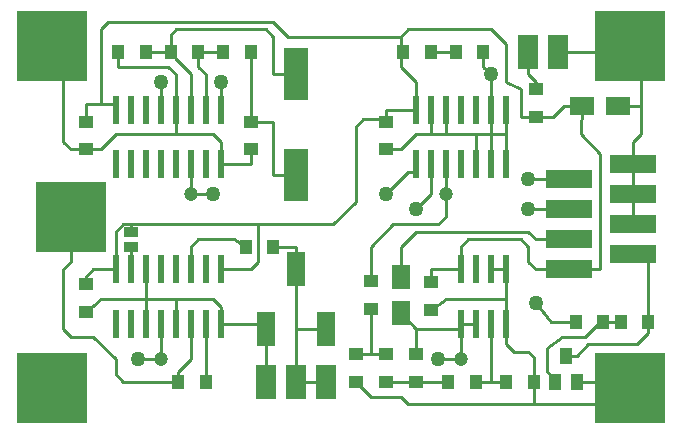
<source format=gbr>
%FSTAX24Y24*%
%MOIN*%
%IN MakeAway.osm LAYER1.GBR *%
%ADD10C,0.0100*%
%ADD11C,0.0472*%
%ADD12C,0.0500*%
%ADD13R,0.0220X0.0940*%
%ADD14R,0.0394X0.0551*%
%ADD15R,0.0413X0.0512*%
%ADD16R,0.0512X0.0354*%
%ADD17R,0.0512X0.0413*%
%ADD18R,0.0591X0.1181*%
%ADD19R,0.0630X0.0787*%
%ADD20R,0.0709X0.1181*%
%ADD21R,0.0787X0.0630*%
%ADD22R,0.0787X0.1772*%
%ADD23R,0.1575X0.0591*%
%ADD24R,0.2362X0.2362*%
G54D24*X019217Y083222D03*G54D17*X02036Y079764D03*G54D13*
X02486Y079264D03*X02336Y081094D03*G54D15*X021435Y083014D03*G54D17*
X02586Y079764D03*G54D24*X019217Y071805D03*G54D13*X02486Y081094D03*
G54D12*Y082014D03*G54D13*X02186Y081094D03*X02236D03*X02286D03*G54D12*
Y082014D03*G54D13*X02436Y081094D03*G54D15*X02411Y083014D03*X024935D03*
G54D13*X02136Y079264D03*X02186D03*X02236D03*X02286D03*X02336D03*
X02386D03*G54D11*Y078264D03*G54D12*X02461D03*G54D13*X02436Y079264D03*
X02186Y075764D03*G54D16*Y076514D03*G54D13*X02286Y075764D03*X02336D03*
X02436D03*X02136Y073934D03*X02186D03*X02236D03*X02336D03*X02486D03*
G54D17*X02036Y074339D03*G54D13*X02236Y075764D03*G54D18*
X02636Y073764D03*G54D20*Y072014D03*G54D13*X02286Y073934D03*G54D11*
Y072764D03*G54D12*X02211D03*G54D13*X02386Y073934D03*G54D15*
X023435Y072014D03*G54D24*X01986Y077514D03*G54D13*X03286Y081094D03*
X03336D03*X03136Y079264D03*G54D12*X03036Y078264D03*G54D13*
X03186Y079264D03*G54D12*X03136Y077764D03*G54D13*X03286Y079264D03*
X03336Y075764D03*G54D15*X02236Y083014D03*G54D22*X02736Y082264D03*
G54D15*X023185Y083014D03*G54D13*X02386Y081094D03*G54D15*
X02586Y083014D03*G54D22*X02736Y078917D03*G54D17*X02586Y080689D03*
G54D15*X02436Y072014D03*G54D13*Y073934D03*G54D17*X03136Y072014D03*
G54D15*X032435D03*G54D17*X03036D03*G54D15*X03436D03*G54D13*
X03386Y073934D03*G54D15*X03336Y072014D03*X025685Y076514D03*G54D13*
X02386Y075764D03*G54D15*X03186Y083014D03*X032685D03*X030935D03*G54D13*
X03136Y081094D03*G54D17*X03036Y080689D03*G54D13*X02486Y075764D03*
G54D16*X02186Y077014D03*G54D13*X02136Y075764D03*G54D17*
X02036Y075264D03*G54D13*X02136Y081094D03*G54D17*X02036Y080689D03*
X03536Y080839D03*G54D21*X03689Y081199D03*G54D23*X036445Y075764D03*
G54D13*X03286D03*G54D17*X031854Y075333D03*X03036Y079764D03*G54D13*
X03436Y081094D03*X03386D03*G54D12*Y082264D03*G54D15*X03361Y083014D03*
G54D13*X03436Y079264D03*X03386D03*X03336D03*X03236Y081094D03*X03186D03*
G54D17*X02936Y072014D03*G54D15*X035285D03*G54D24*X038508Y071805D03*
G54D14*X036734Y072023D03*G54D13*X03436Y073934D03*Y075764D03*X03386D03*
G54D17*X031854Y074407D03*X029854Y074445D03*X03036Y072939D03*X02936D03*
X029854Y07537D03*G54D13*X03236Y079264D03*G54D11*Y078264D03*G54D17*
X03536Y081764D03*G54D20*X03511Y083014D03*G54D18*X02836Y073764D03*
X02736Y075764D03*G54D15*X02661Y076514D03*G54D20*X02736Y072014D03*
X02836D03*G54D19*X03086Y074314D03*G54D11*X03286Y072764D03*G54D12*
X03211D03*G54D13*X03286Y073934D03*G54D17*X03136Y072939D03*G54D13*
X03336Y073934D03*G54D21*X03809Y081199D03*G54D20*X03611Y083014D03*
G54D23*X03861Y077264D03*Y078264D03*Y079264D03*G54D24*X038508Y083222D03*
G54D23*X036445Y076764D03*G54D19*X03086Y075514D03*G54D23*
X036445Y077764D03*G54D12*X03511D03*G54D23*X036445Y078764D03*G54D12*
X03511D03*G54D14*X03636Y072889D03*G54D23*X03861Y076264D03*G54D15*
X03911Y074014D03*X036685D03*G54D12*X03536Y074639D03*G54D15*
X038185Y074014D03*X03761D03*G54D14*X035986Y072023D03*G54D10*
G01X019217Y083222D02*X01961Y082264D01*Y080014*X01986Y079764*X02036*
X02086*X02136Y080264*X02461*X02486Y080014*Y079264*Y080014*
X02461Y080264*X02336*Y081094*Y082264*X02311Y082514*X021435*Y083014*
X02486Y079264D02*X02586D01*Y079764*X02486Y081094D02*Y082014D01*
X02286Y081094D02*Y082014D01*X02436Y081094D02*Y082264D01*X02411Y082514*
Y083014*X024935*X02386Y079264D02*Y078264D01*X02461*X02186Y075764D02*
Y076514D01*X02236Y073934D02*Y074764D01*X02336*Y073934*Y074764*X02461*
X02486Y074514*Y073934*Y074514*X02461Y074764*X02236*X02086*
X02036Y074339*X02236Y074764D02*Y075764D01*X02486Y073934D02*X02636D01*
Y073764*Y072014*X02286Y073934D02*Y072764D01*X02211*X02386Y073934D02*
Y072764D01*X023435Y072339*Y072014*X02161*X02136Y072264*Y072764*
X02061Y073514*X01986*X01961Y073764*Y075764*X01986Y076014*Y077514*
X03136Y079264D02*Y079014D01*X03111*X03036Y078264*X03186Y079264D02*
Y078264D01*X03136Y077764*X02236Y083014D02*X023185D01*Y083589*
X02336Y083764*X02636*X02661Y083514*Y082264*X02736*X02661*Y083514*
X02636Y083764*X02336*X023185Y083589*Y083014*X02336Y082764*
X02386Y082264*Y081094*X02586Y083014D02*Y080689D01*X02661*Y078917*
X02736*X02661*Y080689*X02586*X02436Y072014D02*Y073934D01*
X03136Y072014D02*X032435D01*X03036*X03436D02*X03386D01*Y073934*Y072014*
X03336*X025685Y076514D02*X025285Y076764D01*X02411*X02386Y076514*
Y075764*X03186Y083014D02*X032685D01*X030935D02*X03086Y082939D01*
Y082514*X03136Y082014*Y081094*X03036*Y080689*Y080764*X02961*
X02936Y080514*Y078014*X02861Y077264*X02611*Y076014*X02586Y075764*
X02486*X02611Y077264D02*X02161D01*X02186*Y077014*X02161Y077264D02*
X02136Y077014D01*Y075764*X02061*X02036Y075514*Y075264*
X030935Y083014D02*X03086D01*Y083514*X02711*X02661Y084014*X02111*
X02086Y083764*Y081264*X02136*Y081094*Y081264*X02036*Y080689*
X03086Y083514D02*X03111Y083764D01*X03386*X03436Y083264*Y082014*
X03486Y081764*Y080839*X03536*X035935*X036295Y081199*X03689*
X03686Y080264*X03751Y079614*Y075764*X036445*X03536*X03511Y076014*
Y076514*X03486Y076764*X03311*X03286Y076514*Y075764*X03186*
X031854Y075333*X03036Y079764D02*X03086D01*X03136Y080264*X03436*Y081094*
Y080264*X03386*Y081094*Y082264*X03361Y082514*X03386Y082264*
X03361Y082514D02*Y083014D01*X03436Y080264D02*Y079264D01*Y080264*X03386*
Y079264*X03436D02*Y080264D01*X03336*Y079264*Y080264*X03236*Y081094*
X03336Y079264D02*Y080264D01*X03186*Y081094*X02936Y072014D02*
X02986Y071514D01*X03086*X03111Y071264*X035285*Y072014*Y071264*X03736*
X038508Y071805*X03829Y072023*X036734*X035285Y072014D02*Y072839D01*
X03511Y073014*X034615Y073009*X03436Y073264*Y073934*Y074764*Y075764*
X03386*X03436Y074764D02*X03236D01*X031854Y074407*X029854Y074445D02*
X02986Y072939D01*X03036*X02936*X029854Y07537D02*X02986Y076514D01*
X03061Y077264*X03211*X03236Y077514*Y078264*Y079264*Y078264D02*
X03536Y081764*Y082014D01*X03511Y082264*Y083014*X02836Y073764D02*
X02736D01*Y075764*Y076514*X02661*X02736Y075764D02*Y072014D01*X02836*
X03086Y074314D02*X03136Y073764D01*X03286*Y072764*X03211*
X03286Y073764D02*Y073934D01*Y073764*X03136*Y072939*X03286Y073934D02*
X03336D01*X03809Y081199D02*X03886D01*Y082264*X03861Y083014*X03611*
X03861Y077264D02*Y078264D01*Y079264*Y080014*X03886Y080264*Y082264*
X038508Y083222*X036445Y076764D02*X03536D01*X03511Y077014*X03136*
X03086Y076514*Y075514*X036445Y077764D02*X03511D01*X036445Y078764D02*
X03511D01*X03636Y072889D02*X036735D01*X03711Y073264*X038735*
X03911Y073639*Y076264*X03861*X03911*Y074014*X036685D02*X03586D01*
X03536Y074639*X038185Y074014D02*X03761D01*X037485*X036985Y073514*
X036235*X035735Y073139*Y072389*X035986Y072023*
M02*
</source>
